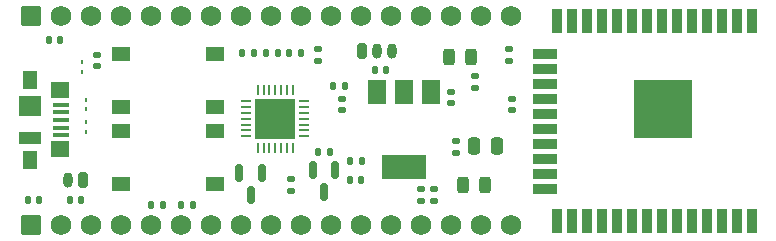
<source format=gbr>
%TF.GenerationSoftware,KiCad,Pcbnew,(6.0.1)*%
%TF.CreationDate,2023-01-04T22:15:02+03:00*%
%TF.ProjectId,EspDevBoard,45737044-6576-4426-9f61-72642e6b6963,rev?*%
%TF.SameCoordinates,Original*%
%TF.FileFunction,Soldermask,Top*%
%TF.FilePolarity,Negative*%
%FSLAX46Y46*%
G04 Gerber Fmt 4.6, Leading zero omitted, Abs format (unit mm)*
G04 Created by KiCad (PCBNEW (6.0.1)) date 2023-01-04 22:15:02*
%MOMM*%
%LPD*%
G01*
G04 APERTURE LIST*
G04 Aperture macros list*
%AMRoundRect*
0 Rectangle with rounded corners*
0 $1 Rounding radius*
0 $2 $3 $4 $5 $6 $7 $8 $9 X,Y pos of 4 corners*
0 Add a 4 corners polygon primitive as box body*
4,1,4,$2,$3,$4,$5,$6,$7,$8,$9,$2,$3,0*
0 Add four circle primitives for the rounded corners*
1,1,$1+$1,$2,$3*
1,1,$1+$1,$4,$5*
1,1,$1+$1,$6,$7*
1,1,$1+$1,$8,$9*
0 Add four rect primitives between the rounded corners*
20,1,$1+$1,$2,$3,$4,$5,0*
20,1,$1+$1,$4,$5,$6,$7,0*
20,1,$1+$1,$6,$7,$8,$9,0*
20,1,$1+$1,$8,$9,$2,$3,0*%
G04 Aperture macros list end*
%ADD10RoundRect,0.140000X0.140000X0.170000X-0.140000X0.170000X-0.140000X-0.170000X0.140000X-0.170000X0*%
%ADD11RoundRect,0.140000X-0.140000X-0.170000X0.140000X-0.170000X0.140000X0.170000X-0.140000X0.170000X0*%
%ADD12RoundRect,0.250000X-0.620000X-0.620000X0.620000X-0.620000X0.620000X0.620000X-0.620000X0.620000X0*%
%ADD13C,1.740000*%
%ADD14R,0.250000X0.360000*%
%ADD15RoundRect,0.135000X0.135000X0.185000X-0.135000X0.185000X-0.135000X-0.185000X0.135000X-0.185000X0*%
%ADD16RoundRect,0.200000X0.200000X0.450000X-0.200000X0.450000X-0.200000X-0.450000X0.200000X-0.450000X0*%
%ADD17O,0.800000X1.300000*%
%ADD18RoundRect,0.140000X0.170000X-0.140000X0.170000X0.140000X-0.170000X0.140000X-0.170000X-0.140000X0*%
%ADD19RoundRect,0.135000X-0.135000X-0.185000X0.135000X-0.185000X0.135000X0.185000X-0.135000X0.185000X0*%
%ADD20RoundRect,0.135000X-0.185000X0.135000X-0.185000X-0.135000X0.185000X-0.135000X0.185000X0.135000X0*%
%ADD21RoundRect,0.243750X-0.243750X-0.456250X0.243750X-0.456250X0.243750X0.456250X-0.243750X0.456250X0*%
%ADD22R,1.380000X0.450000*%
%ADD23R,1.550000X1.425000*%
%ADD24R,1.300000X1.650000*%
%ADD25R,1.900000X1.000000*%
%ADD26R,1.900000X1.800000*%
%ADD27RoundRect,0.150000X-0.150000X0.587500X-0.150000X-0.587500X0.150000X-0.587500X0.150000X0.587500X0*%
%ADD28R,1.550000X1.300000*%
%ADD29RoundRect,0.250000X-0.250000X-0.475000X0.250000X-0.475000X0.250000X0.475000X-0.250000X0.475000X0*%
%ADD30RoundRect,0.200000X-0.200000X-0.450000X0.200000X-0.450000X0.200000X0.450000X-0.200000X0.450000X0*%
%ADD31R,0.900000X2.000000*%
%ADD32R,2.000000X0.900000*%
%ADD33R,5.000000X5.000000*%
%ADD34RoundRect,0.135000X0.185000X-0.135000X0.185000X0.135000X-0.185000X0.135000X-0.185000X-0.135000X0*%
%ADD35RoundRect,0.062500X0.337500X0.062500X-0.337500X0.062500X-0.337500X-0.062500X0.337500X-0.062500X0*%
%ADD36RoundRect,0.062500X0.062500X0.337500X-0.062500X0.337500X-0.062500X-0.337500X0.062500X-0.337500X0*%
%ADD37R,3.350000X3.350000*%
%ADD38RoundRect,0.140000X-0.170000X0.140000X-0.170000X-0.140000X0.170000X-0.140000X0.170000X0.140000X0*%
%ADD39R,1.500000X2.000000*%
%ADD40R,3.800000X2.000000*%
G04 APERTURE END LIST*
D10*
%TO.C,C3*%
X183380000Y-65300000D03*
X182420000Y-65300000D03*
%TD*%
D11*
%TO.C,C10*%
X180620000Y-78900000D03*
X181580000Y-78900000D03*
%TD*%
D12*
%TO.C,J2*%
X180900000Y-63300000D03*
D13*
X183440000Y-63300000D03*
X185980000Y-63300000D03*
X188520000Y-63300000D03*
X191060000Y-63300000D03*
X193600000Y-63300000D03*
X196140000Y-63300000D03*
X198680000Y-63300000D03*
X201220000Y-63300000D03*
X203760000Y-63300000D03*
X206300000Y-63300000D03*
X208840000Y-63300000D03*
X211380000Y-63300000D03*
X213920000Y-63300000D03*
X216460000Y-63300000D03*
X219000000Y-63300000D03*
X221540000Y-63300000D03*
%TD*%
D14*
%TO.C,D4*%
X185600000Y-73120000D03*
X185600000Y-72280000D03*
%TD*%
D15*
%TO.C,R13*%
X208910000Y-75600000D03*
X207890000Y-75600000D03*
%TD*%
D16*
%TO.C,J4*%
X185325000Y-77200000D03*
D17*
X184075000Y-77200000D03*
%TD*%
D11*
%TO.C,C2*%
X206520000Y-69200000D03*
X207480000Y-69200000D03*
%TD*%
D14*
%TO.C,D3*%
X185200000Y-67180000D03*
X185200000Y-68020000D03*
%TD*%
D18*
%TO.C,C9*%
X221600000Y-71280000D03*
X221600000Y-70320000D03*
%TD*%
D19*
%TO.C,R12*%
X193590000Y-79300000D03*
X194610000Y-79300000D03*
%TD*%
D20*
%TO.C,R7*%
X215000000Y-77980000D03*
X215000000Y-79000000D03*
%TD*%
%TO.C,R8*%
X213900000Y-77990000D03*
X213900000Y-79010000D03*
%TD*%
D11*
%TO.C,C12*%
X207920000Y-77200000D03*
X208880000Y-77200000D03*
%TD*%
D21*
%TO.C,D2*%
X216262500Y-66800000D03*
X218137500Y-66800000D03*
%TD*%
D22*
%TO.C,J3*%
X183460000Y-70800000D03*
X183460000Y-71450000D03*
X183460000Y-72100000D03*
X183460000Y-72750000D03*
X183460000Y-73400000D03*
D23*
X183375000Y-69612500D03*
D24*
X180800000Y-68725000D03*
X180800000Y-75475000D03*
D25*
X180800000Y-73650000D03*
D26*
X180800000Y-70950000D03*
D23*
X183375000Y-74587500D03*
%TD*%
D19*
%TO.C,R11*%
X191090000Y-79300000D03*
X192110000Y-79300000D03*
%TD*%
D27*
%TO.C,Q4*%
X200450000Y-76562500D03*
X198550000Y-76562500D03*
X199500000Y-78437500D03*
%TD*%
D28*
%TO.C,SW1*%
X196475000Y-73050000D03*
X188525000Y-73050000D03*
X188525000Y-77550000D03*
X196475000Y-77550000D03*
%TD*%
D20*
%TO.C,R2*%
X218500000Y-68380000D03*
X218500000Y-69400000D03*
%TD*%
D29*
%TO.C,C8*%
X218450000Y-74300000D03*
X220350000Y-74300000D03*
%TD*%
D30*
%TO.C,J1*%
X208950000Y-66300000D03*
D17*
X210200000Y-66300000D03*
X211450000Y-66300000D03*
%TD*%
D10*
%TO.C,C13*%
X185160000Y-78900000D03*
X184200000Y-78900000D03*
%TD*%
D19*
%TO.C,R4*%
X202790000Y-66400000D03*
X203810000Y-66400000D03*
%TD*%
D12*
%TO.C,J5*%
X180900000Y-81000000D03*
D13*
X183440000Y-81000000D03*
X185980000Y-81000000D03*
X188520000Y-81000000D03*
X191060000Y-81000000D03*
X193600000Y-81000000D03*
X196140000Y-81000000D03*
X198680000Y-81000000D03*
X201220000Y-81000000D03*
X203760000Y-81000000D03*
X206300000Y-81000000D03*
X208840000Y-81000000D03*
X211380000Y-81000000D03*
X213920000Y-81000000D03*
X216460000Y-81000000D03*
X219000000Y-81000000D03*
X221540000Y-81000000D03*
%TD*%
D18*
%TO.C,C7*%
X186500000Y-67580000D03*
X186500000Y-66620000D03*
%TD*%
D21*
%TO.C,D1*%
X217462500Y-77600000D03*
X219337500Y-77600000D03*
%TD*%
D31*
%TO.C,U3*%
X241955000Y-63700000D03*
X240685000Y-63700000D03*
X239415000Y-63700000D03*
X238145000Y-63700000D03*
X236875000Y-63700000D03*
X235605000Y-63700000D03*
X234335000Y-63700000D03*
X233065000Y-63700000D03*
X231795000Y-63700000D03*
X230525000Y-63700000D03*
X229255000Y-63700000D03*
X227985000Y-63700000D03*
X226715000Y-63700000D03*
X225445000Y-63700000D03*
D32*
X224445000Y-66485000D03*
X224445000Y-67755000D03*
X224445000Y-69025000D03*
X224445000Y-70295000D03*
X224445000Y-71565000D03*
X224445000Y-72835000D03*
X224445000Y-74105000D03*
X224445000Y-75375000D03*
X224445000Y-76645000D03*
X224445000Y-77915000D03*
D31*
X225445000Y-80700000D03*
X226715000Y-80700000D03*
X227985000Y-80700000D03*
X229255000Y-80700000D03*
X230525000Y-80700000D03*
X231795000Y-80700000D03*
X233065000Y-80700000D03*
X234335000Y-80700000D03*
X235605000Y-80700000D03*
X236875000Y-80700000D03*
X238145000Y-80700000D03*
X239415000Y-80700000D03*
X240685000Y-80700000D03*
X241955000Y-80700000D03*
D33*
X234455000Y-71200000D03*
%TD*%
D19*
%TO.C,R14*%
X205190000Y-74800000D03*
X206210000Y-74800000D03*
%TD*%
D34*
%TO.C,R1*%
X216900000Y-74920000D03*
X216900000Y-73900000D03*
%TD*%
%TO.C,R5*%
X205200000Y-67110000D03*
X205200000Y-66090000D03*
%TD*%
D18*
%TO.C,C5*%
X216500000Y-70680000D03*
X216500000Y-69720000D03*
%TD*%
D28*
%TO.C,SW2*%
X196475000Y-71050000D03*
X188525000Y-71050000D03*
X188525000Y-66550000D03*
X196475000Y-66550000D03*
%TD*%
D19*
%TO.C,R3*%
X200790000Y-66400000D03*
X201810000Y-66400000D03*
%TD*%
D35*
%TO.C,U2*%
X204050000Y-73500000D03*
X204050000Y-73000000D03*
X204050000Y-72500000D03*
X204050000Y-72000000D03*
X204050000Y-71500000D03*
X204050000Y-71000000D03*
X204050000Y-70500000D03*
D36*
X203100000Y-69550000D03*
X202600000Y-69550000D03*
X202100000Y-69550000D03*
X201600000Y-69550000D03*
X201100000Y-69550000D03*
X200600000Y-69550000D03*
X200100000Y-69550000D03*
D35*
X199150000Y-70500000D03*
X199150000Y-71000000D03*
X199150000Y-71500000D03*
X199150000Y-72000000D03*
X199150000Y-72500000D03*
X199150000Y-73000000D03*
X199150000Y-73500000D03*
D36*
X200100000Y-74450000D03*
X200600000Y-74450000D03*
X201100000Y-74450000D03*
X201600000Y-74450000D03*
X202100000Y-74450000D03*
X202600000Y-74450000D03*
X203100000Y-74450000D03*
D37*
X201600000Y-72000000D03*
%TD*%
D15*
%TO.C,R6*%
X199810000Y-66400000D03*
X198790000Y-66400000D03*
%TD*%
D38*
%TO.C,C1*%
X207200000Y-70320000D03*
X207200000Y-71280000D03*
%TD*%
D20*
%TO.C,R15*%
X202900000Y-77090000D03*
X202900000Y-78110000D03*
%TD*%
D11*
%TO.C,C4*%
X210020000Y-67900000D03*
X210980000Y-67900000D03*
%TD*%
D38*
%TO.C,C6*%
X221400000Y-66120000D03*
X221400000Y-67080000D03*
%TD*%
D27*
%TO.C,Q3*%
X206650000Y-76362500D03*
X204750000Y-76362500D03*
X205700000Y-78237500D03*
%TD*%
D14*
%TO.C,D5*%
X185600000Y-70380000D03*
X185600000Y-71220000D03*
%TD*%
D39*
%TO.C,U1*%
X214800000Y-69750000D03*
D40*
X212500000Y-76050000D03*
D39*
X212500000Y-69750000D03*
X210200000Y-69750000D03*
%TD*%
M02*

</source>
